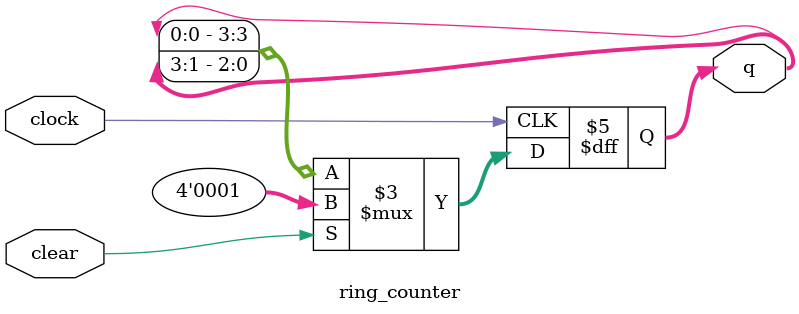
<source format=v>
module ring_counter #(
  parameter N = 4
) (
  input clock, clear,
  output reg [N-1:0] q
);

  always @(posedge clock) begin
    if (clear)
      q <= 1;
    else
      q <= { q[0], q[N-1:1] };
  end 

endmodule



</source>
